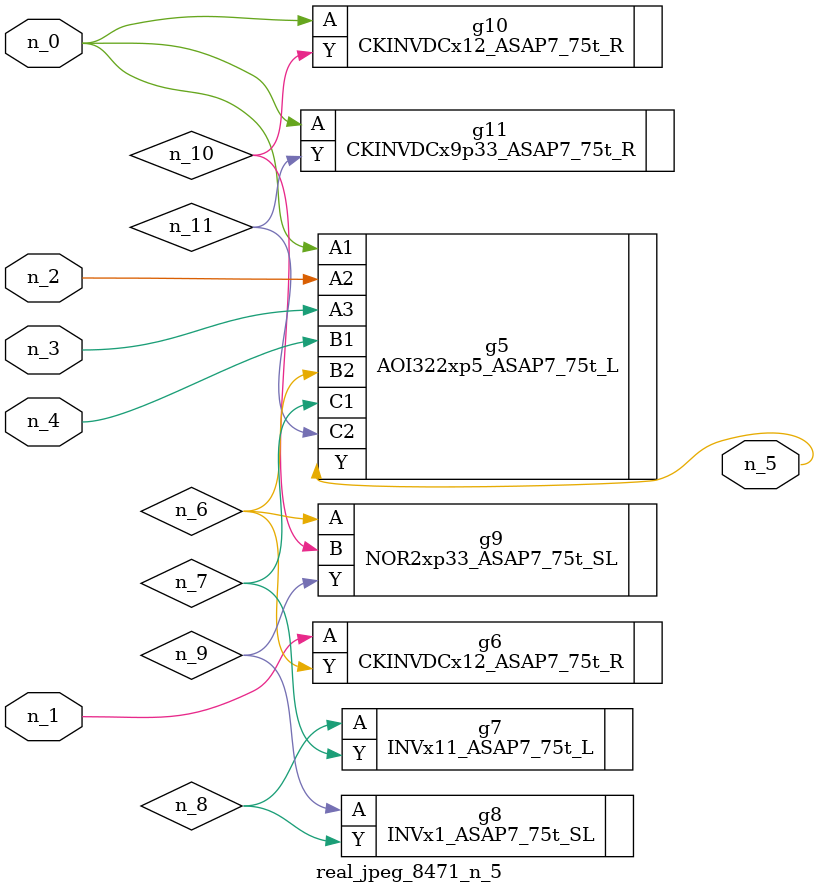
<source format=v>
module real_jpeg_8471_n_5 (n_4, n_0, n_1, n_2, n_3, n_5);

input n_4;
input n_0;
input n_1;
input n_2;
input n_3;

output n_5;

wire n_8;
wire n_11;
wire n_6;
wire n_7;
wire n_10;
wire n_9;

AOI322xp5_ASAP7_75t_L g5 ( 
.A1(n_0),
.A2(n_2),
.A3(n_3),
.B1(n_4),
.B2(n_6),
.C1(n_7),
.C2(n_11),
.Y(n_5)
);

CKINVDCx12_ASAP7_75t_R g10 ( 
.A(n_0),
.Y(n_10)
);

CKINVDCx9p33_ASAP7_75t_R g11 ( 
.A(n_0),
.Y(n_11)
);

CKINVDCx12_ASAP7_75t_R g6 ( 
.A(n_1),
.Y(n_6)
);

NOR2xp33_ASAP7_75t_SL g9 ( 
.A(n_6),
.B(n_10),
.Y(n_9)
);

INVx11_ASAP7_75t_L g7 ( 
.A(n_8),
.Y(n_7)
);

INVx1_ASAP7_75t_SL g8 ( 
.A(n_9),
.Y(n_8)
);


endmodule
</source>
